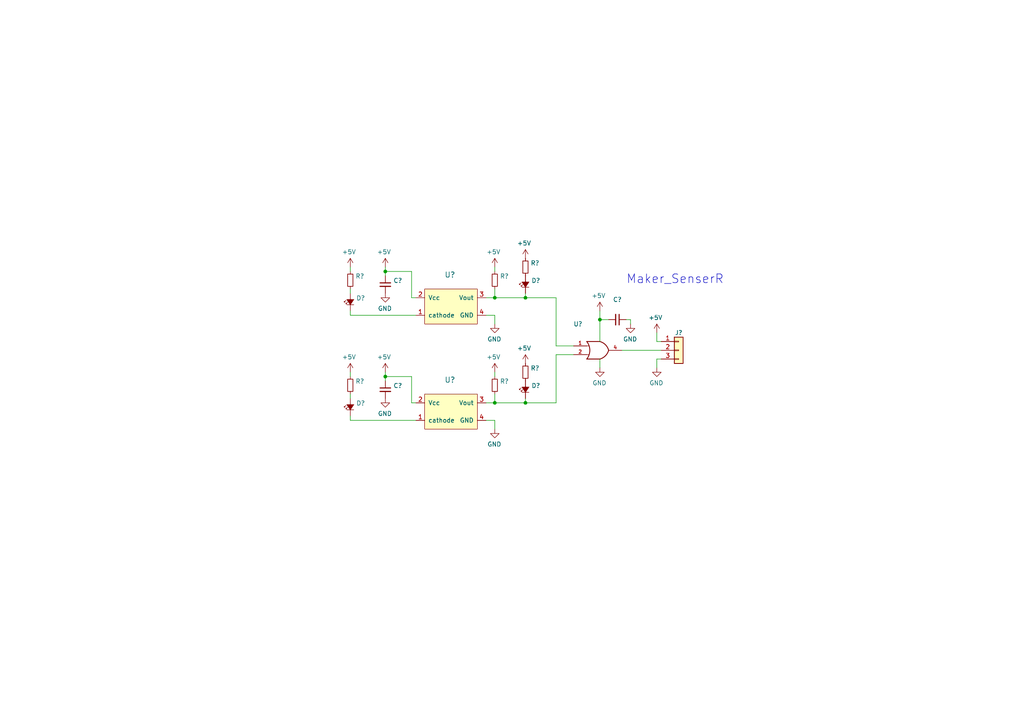
<source format=kicad_sch>
(kicad_sch (version 20211123) (generator eeschema)

  (uuid 5cda253d-1b3d-424c-9d03-6006ea0f1bb9)

  (paper "A4")

  (lib_symbols
    (symbol "74xGxx:74AHC1G32" (pin_names (offset 1.016)) (in_bom yes) (on_board yes)
      (property "Reference" "U" (id 0) (at -2.54 3.81 0)
        (effects (font (size 1.27 1.27)))
      )
      (property "Value" "74AHC1G32" (id 1) (at 0 -3.81 0)
        (effects (font (size 1.27 1.27)))
      )
      (property "Footprint" "" (id 2) (at 0 0 0)
        (effects (font (size 1.27 1.27)) hide)
      )
      (property "Datasheet" "http://www.ti.com/lit/sg/scyt129e/scyt129e.pdf" (id 3) (at 0 0 0)
        (effects (font (size 1.27 1.27)) hide)
      )
      (property "ki_keywords" "Single Gate OR LVC CMOS" (id 4) (at 0 0 0)
        (effects (font (size 1.27 1.27)) hide)
      )
      (property "ki_description" "Single OR Gate, Low-Voltage CMOS" (id 5) (at 0 0 0)
        (effects (font (size 1.27 1.27)) hide)
      )
      (property "ki_fp_filters" "SOT* SG-*" (id 6) (at 0 0 0)
        (effects (font (size 1.27 1.27)) hide)
      )
      (symbol "74AHC1G32_0_1"
        (arc (start -3.81 -2.54) (mid -2.919 0) (end -3.81 2.54)
          (stroke (width 0.254) (type default) (color 0 0 0 0))
          (fill (type none))
        )
        (arc (start 0 -2.54) (mid 1.5993 -1.6027) (end 2.54 0)
          (stroke (width 0.254) (type default) (color 0 0 0 0))
          (fill (type none))
        )
        (polyline
          (pts
            (xy -3.81 -1.27)
            (xy -3.175 -1.27)
          )
          (stroke (width 0) (type default) (color 0 0 0 0))
          (fill (type none))
        )
        (polyline
          (pts
            (xy -3.81 1.27)
            (xy -3.175 1.27)
          )
          (stroke (width 0) (type default) (color 0 0 0 0))
          (fill (type none))
        )
        (polyline
          (pts
            (xy 0 -2.54)
            (xy -3.81 -2.54)
          )
          (stroke (width 0.254) (type default) (color 0 0 0 0))
          (fill (type background))
        )
        (polyline
          (pts
            (xy 0 2.54)
            (xy -3.81 2.54)
          )
          (stroke (width 0.254) (type default) (color 0 0 0 0))
          (fill (type background))
        )
        (arc (start 2.54 0) (mid 1.6119 1.6152) (end 0 2.54)
          (stroke (width 0.254) (type default) (color 0 0 0 0))
          (fill (type none))
        )
      )
      (symbol "74AHC1G32_1_1"
        (pin input line (at -7.62 1.27 0) (length 3.81)
          (name "~" (effects (font (size 1.016 1.016))))
          (number "1" (effects (font (size 1.016 1.016))))
        )
        (pin input line (at -7.62 -1.27 0) (length 3.81)
          (name "~" (effects (font (size 1.016 1.016))))
          (number "2" (effects (font (size 1.016 1.016))))
        )
        (pin power_in line (at 0 -2.54 270) (length 0) hide
          (name "GND" (effects (font (size 1.016 1.016))))
          (number "3" (effects (font (size 1.016 1.016))))
        )
        (pin output line (at 6.35 0 180) (length 3.81)
          (name "~" (effects (font (size 1.016 1.016))))
          (number "4" (effects (font (size 1.016 1.016))))
        )
        (pin power_in line (at 0 2.54 90) (length 0) hide
          (name "VCC" (effects (font (size 1.016 1.016))))
          (number "5" (effects (font (size 1.016 1.016))))
        )
      )
    )
    (symbol "Connector_Generic:Conn_01x03" (pin_names (offset 1.016) hide) (in_bom yes) (on_board yes)
      (property "Reference" "J" (id 0) (at 0 5.08 0)
        (effects (font (size 1.27 1.27)))
      )
      (property "Value" "Conn_01x03" (id 1) (at 0 -5.08 0)
        (effects (font (size 1.27 1.27)))
      )
      (property "Footprint" "" (id 2) (at 0 0 0)
        (effects (font (size 1.27 1.27)) hide)
      )
      (property "Datasheet" "~" (id 3) (at 0 0 0)
        (effects (font (size 1.27 1.27)) hide)
      )
      (property "ki_keywords" "connector" (id 4) (at 0 0 0)
        (effects (font (size 1.27 1.27)) hide)
      )
      (property "ki_description" "Generic connector, single row, 01x03, script generated (kicad-library-utils/schlib/autogen/connector/)" (id 5) (at 0 0 0)
        (effects (font (size 1.27 1.27)) hide)
      )
      (property "ki_fp_filters" "Connector*:*_1x??_*" (id 6) (at 0 0 0)
        (effects (font (size 1.27 1.27)) hide)
      )
      (symbol "Conn_01x03_1_1"
        (rectangle (start -1.27 -2.413) (end 0 -2.667)
          (stroke (width 0.1524) (type default) (color 0 0 0 0))
          (fill (type none))
        )
        (rectangle (start -1.27 0.127) (end 0 -0.127)
          (stroke (width 0.1524) (type default) (color 0 0 0 0))
          (fill (type none))
        )
        (rectangle (start -1.27 2.667) (end 0 2.413)
          (stroke (width 0.1524) (type default) (color 0 0 0 0))
          (fill (type none))
        )
        (rectangle (start -1.27 3.81) (end 1.27 -3.81)
          (stroke (width 0.254) (type default) (color 0 0 0 0))
          (fill (type background))
        )
        (pin passive line (at -5.08 2.54 0) (length 3.81)
          (name "Pin_1" (effects (font (size 1.27 1.27))))
          (number "1" (effects (font (size 1.27 1.27))))
        )
        (pin passive line (at -5.08 0 0) (length 3.81)
          (name "Pin_2" (effects (font (size 1.27 1.27))))
          (number "2" (effects (font (size 1.27 1.27))))
        )
        (pin passive line (at -5.08 -2.54 0) (length 3.81)
          (name "Pin_3" (effects (font (size 1.27 1.27))))
          (number "3" (effects (font (size 1.27 1.27))))
        )
      )
    )
    (symbol "Device:C_Small" (pin_numbers hide) (pin_names (offset 0.254) hide) (in_bom yes) (on_board yes)
      (property "Reference" "C" (id 0) (at 0.254 1.778 0)
        (effects (font (size 1.27 1.27)) (justify left))
      )
      (property "Value" "C_Small" (id 1) (at 0.254 -2.032 0)
        (effects (font (size 1.27 1.27)) (justify left))
      )
      (property "Footprint" "" (id 2) (at 0 0 0)
        (effects (font (size 1.27 1.27)) hide)
      )
      (property "Datasheet" "~" (id 3) (at 0 0 0)
        (effects (font (size 1.27 1.27)) hide)
      )
      (property "ki_keywords" "capacitor cap" (id 4) (at 0 0 0)
        (effects (font (size 1.27 1.27)) hide)
      )
      (property "ki_description" "Unpolarized capacitor, small symbol" (id 5) (at 0 0 0)
        (effects (font (size 1.27 1.27)) hide)
      )
      (property "ki_fp_filters" "C_*" (id 6) (at 0 0 0)
        (effects (font (size 1.27 1.27)) hide)
      )
      (symbol "C_Small_0_1"
        (polyline
          (pts
            (xy -1.524 -0.508)
            (xy 1.524 -0.508)
          )
          (stroke (width 0.3302) (type default) (color 0 0 0 0))
          (fill (type none))
        )
        (polyline
          (pts
            (xy -1.524 0.508)
            (xy 1.524 0.508)
          )
          (stroke (width 0.3048) (type default) (color 0 0 0 0))
          (fill (type none))
        )
      )
      (symbol "C_Small_1_1"
        (pin passive line (at 0 2.54 270) (length 2.032)
          (name "~" (effects (font (size 1.27 1.27))))
          (number "1" (effects (font (size 1.27 1.27))))
        )
        (pin passive line (at 0 -2.54 90) (length 2.032)
          (name "~" (effects (font (size 1.27 1.27))))
          (number "2" (effects (font (size 1.27 1.27))))
        )
      )
    )
    (symbol "Device:R_Small" (pin_numbers hide) (pin_names (offset 0.254) hide) (in_bom yes) (on_board yes)
      (property "Reference" "R" (id 0) (at 0.762 0.508 0)
        (effects (font (size 1.27 1.27)) (justify left))
      )
      (property "Value" "R_Small" (id 1) (at 0.762 -1.016 0)
        (effects (font (size 1.27 1.27)) (justify left))
      )
      (property "Footprint" "" (id 2) (at 0 0 0)
        (effects (font (size 1.27 1.27)) hide)
      )
      (property "Datasheet" "~" (id 3) (at 0 0 0)
        (effects (font (size 1.27 1.27)) hide)
      )
      (property "ki_keywords" "R resistor" (id 4) (at 0 0 0)
        (effects (font (size 1.27 1.27)) hide)
      )
      (property "ki_description" "Resistor, small symbol" (id 5) (at 0 0 0)
        (effects (font (size 1.27 1.27)) hide)
      )
      (property "ki_fp_filters" "R_*" (id 6) (at 0 0 0)
        (effects (font (size 1.27 1.27)) hide)
      )
      (symbol "R_Small_0_1"
        (rectangle (start -0.762 1.778) (end 0.762 -1.778)
          (stroke (width 0.2032) (type default) (color 0 0 0 0))
          (fill (type none))
        )
      )
      (symbol "R_Small_1_1"
        (pin passive line (at 0 2.54 270) (length 0.762)
          (name "~" (effects (font (size 1.27 1.27))))
          (number "1" (effects (font (size 1.27 1.27))))
        )
        (pin passive line (at 0 -2.54 90) (length 0.762)
          (name "~" (effects (font (size 1.27 1.27))))
          (number "2" (effects (font (size 1.27 1.27))))
        )
      )
    )
    (symbol "power:+5V" (power) (pin_names (offset 0)) (in_bom yes) (on_board yes)
      (property "Reference" "#PWR" (id 0) (at 0 -3.81 0)
        (effects (font (size 1.27 1.27)) hide)
      )
      (property "Value" "+5V" (id 1) (at 0 3.556 0)
        (effects (font (size 1.27 1.27)))
      )
      (property "Footprint" "" (id 2) (at 0 0 0)
        (effects (font (size 1.27 1.27)) hide)
      )
      (property "Datasheet" "" (id 3) (at 0 0 0)
        (effects (font (size 1.27 1.27)) hide)
      )
      (property "ki_keywords" "global power" (id 4) (at 0 0 0)
        (effects (font (size 1.27 1.27)) hide)
      )
      (property "ki_description" "Power symbol creates a global label with name \"+5V\"" (id 5) (at 0 0 0)
        (effects (font (size 1.27 1.27)) hide)
      )
      (symbol "+5V_0_1"
        (polyline
          (pts
            (xy -0.762 1.27)
            (xy 0 2.54)
          )
          (stroke (width 0) (type default) (color 0 0 0 0))
          (fill (type none))
        )
        (polyline
          (pts
            (xy 0 0)
            (xy 0 2.54)
          )
          (stroke (width 0) (type default) (color 0 0 0 0))
          (fill (type none))
        )
        (polyline
          (pts
            (xy 0 2.54)
            (xy 0.762 1.27)
          )
          (stroke (width 0) (type default) (color 0 0 0 0))
          (fill (type none))
        )
      )
      (symbol "+5V_1_1"
        (pin power_in line (at 0 0 90) (length 0) hide
          (name "+5V" (effects (font (size 1.27 1.27))))
          (number "1" (effects (font (size 1.27 1.27))))
        )
      )
    )
    (symbol "power:GND" (power) (pin_names (offset 0)) (in_bom yes) (on_board yes)
      (property "Reference" "#PWR" (id 0) (at 0 -6.35 0)
        (effects (font (size 1.27 1.27)) hide)
      )
      (property "Value" "GND" (id 1) (at 0 -3.81 0)
        (effects (font (size 1.27 1.27)))
      )
      (property "Footprint" "" (id 2) (at 0 0 0)
        (effects (font (size 1.27 1.27)) hide)
      )
      (property "Datasheet" "" (id 3) (at 0 0 0)
        (effects (font (size 1.27 1.27)) hide)
      )
      (property "ki_keywords" "global power" (id 4) (at 0 0 0)
        (effects (font (size 1.27 1.27)) hide)
      )
      (property "ki_description" "Power symbol creates a global label with name \"GND\" , ground" (id 5) (at 0 0 0)
        (effects (font (size 1.27 1.27)) hide)
      )
      (symbol "GND_0_1"
        (polyline
          (pts
            (xy 0 0)
            (xy 0 -1.27)
            (xy 1.27 -1.27)
            (xy 0 -2.54)
            (xy -1.27 -1.27)
            (xy 0 -1.27)
          )
          (stroke (width 0) (type default) (color 0 0 0 0))
          (fill (type none))
        )
      )
      (symbol "GND_1_1"
        (pin power_in line (at 0 0 270) (length 0) hide
          (name "GND" (effects (font (size 1.27 1.27))))
          (number "1" (effects (font (size 1.27 1.27))))
        )
      )
    )
    (symbol "robotrace_sensorV4-rescue:LED_Small_ALT-Device" (pin_numbers hide) (pin_names (offset 0.254) hide) (in_bom yes) (on_board yes)
      (property "Reference" "D" (id 0) (at -1.27 3.175 0)
        (effects (font (size 1.27 1.27)) (justify left))
      )
      (property "Value" "LED_Small_ALT-Device" (id 1) (at -4.445 -2.54 0)
        (effects (font (size 1.27 1.27)) (justify left))
      )
      (property "Footprint" "" (id 2) (at 0 0 90)
        (effects (font (size 1.27 1.27)) hide)
      )
      (property "Datasheet" "" (id 3) (at 0 0 90)
        (effects (font (size 1.27 1.27)) hide)
      )
      (property "ki_fp_filters" "LED* LED_SMD:* LED_THT:*" (id 4) (at 0 0 0)
        (effects (font (size 1.27 1.27)) hide)
      )
      (symbol "LED_Small_ALT-Device_0_1"
        (polyline
          (pts
            (xy -0.762 -1.016)
            (xy -0.762 1.016)
          )
          (stroke (width 0) (type default) (color 0 0 0 0))
          (fill (type none))
        )
        (polyline
          (pts
            (xy 1.016 0)
            (xy -0.762 0)
          )
          (stroke (width 0) (type default) (color 0 0 0 0))
          (fill (type none))
        )
        (polyline
          (pts
            (xy 0.762 -1.016)
            (xy -0.762 0)
            (xy 0.762 1.016)
            (xy 0.762 -1.016)
          )
          (stroke (width 0) (type default) (color 0 0 0 0))
          (fill (type outline))
        )
        (polyline
          (pts
            (xy 0 0.762)
            (xy -0.508 1.27)
            (xy -0.254 1.27)
            (xy -0.508 1.27)
            (xy -0.508 1.016)
          )
          (stroke (width 0) (type default) (color 0 0 0 0))
          (fill (type none))
        )
        (polyline
          (pts
            (xy 0.508 1.27)
            (xy 0 1.778)
            (xy 0.254 1.778)
            (xy 0 1.778)
            (xy 0 1.524)
          )
          (stroke (width 0) (type default) (color 0 0 0 0))
          (fill (type none))
        )
      )
      (symbol "LED_Small_ALT-Device_1_1"
        (pin passive line (at -2.54 0 0) (length 1.778)
          (name "K" (effects (font (size 1.27 1.27))))
          (number "1" (effects (font (size 1.27 1.27))))
        )
        (pin passive line (at 2.54 0 180) (length 1.778)
          (name "A" (effects (font (size 1.27 1.27))))
          (number "2" (effects (font (size 1.27 1.27))))
        )
      )
    )
    (symbol "robotrace_sensorV4-rescue:S7136-mylib" (pin_names (offset 1.016)) (in_bom yes) (on_board yes)
      (property "Reference" "U" (id 0) (at 0 8.89 0)
        (effects (font (size 1.524 1.524)))
      )
      (property "Value" "S7136-mylib" (id 1) (at 0 6.35 0)
        (effects (font (size 1.524 1.524)))
      )
      (property "Footprint" "" (id 2) (at 1.27 0 0)
        (effects (font (size 1.524 1.524)))
      )
      (property "Datasheet" "" (id 3) (at 1.27 0 0)
        (effects (font (size 1.524 1.524)))
      )
      (symbol "S7136-mylib_0_1"
        (rectangle (start -7.62 5.08) (end 7.62 -5.08)
          (stroke (width 0) (type default) (color 0 0 0 0))
          (fill (type background))
        )
      )
      (symbol "S7136-mylib_1_1"
        (pin open_collector line (at -10.16 2.54 0) (length 2.54)
          (name "cathode" (effects (font (size 1.27 1.27))))
          (number "1" (effects (font (size 1.27 1.27))))
        )
        (pin passive line (at -10.16 -2.54 0) (length 2.54)
          (name "Vcc" (effects (font (size 1.27 1.27))))
          (number "2" (effects (font (size 1.27 1.27))))
        )
        (pin output line (at 10.16 -2.54 180) (length 2.54)
          (name "Vout" (effects (font (size 1.27 1.27))))
          (number "3" (effects (font (size 1.27 1.27))))
        )
        (pin power_in line (at 10.16 2.54 180) (length 2.54)
          (name "GND" (effects (font (size 1.27 1.27))))
          (number "4" (effects (font (size 1.27 1.27))))
        )
      )
    )
  )

  (junction (at 173.99 92.71) (diameter 0) (color 0 0 0 0)
    (uuid 1afc4265-4d4d-4826-82a4-0d2040c62b70)
  )
  (junction (at 152.4 86.36) (diameter 0) (color 0 0 0 0)
    (uuid 29fae919-8f9e-46c0-8a54-996ac6e5d007)
  )
  (junction (at 111.76 109.22) (diameter 0) (color 0 0 0 0)
    (uuid 3765d6f9-f8fa-469e-8dc6-83789f8397d9)
  )
  (junction (at 143.51 116.84) (diameter 0) (color 0 0 0 0)
    (uuid 4b2f3f73-d1e5-46c1-a459-cbb275adf421)
  )
  (junction (at 152.4 116.84) (diameter 0) (color 0 0 0 0)
    (uuid 6d01c4b3-b2d7-456b-8716-a76849cf520e)
  )
  (junction (at 111.76 78.74) (diameter 0) (color 0 0 0 0)
    (uuid 95015979-4d20-4947-b838-7470a0926c42)
  )
  (junction (at 143.51 86.36) (diameter 0) (color 0 0 0 0)
    (uuid f55df70d-5e57-4d22-8d30-8b6b94db5990)
  )

  (wire (pts (xy 143.51 86.36) (xy 152.4 86.36))
    (stroke (width 0) (type default) (color 0 0 0 0))
    (uuid 064ac3f5-059a-4241-8889-29200608dbec)
  )
  (wire (pts (xy 173.99 92.71) (xy 173.99 99.06))
    (stroke (width 0) (type default) (color 0 0 0 0))
    (uuid 0c203e1f-ad68-496f-85e4-2141db5acc48)
  )
  (wire (pts (xy 101.6 109.22) (xy 101.6 107.95))
    (stroke (width 0) (type default) (color 0 0 0 0))
    (uuid 0ecd0a14-1fe0-4c32-875a-5e6f1dedd8f4)
  )
  (wire (pts (xy 173.99 104.14) (xy 173.99 106.68))
    (stroke (width 0) (type default) (color 0 0 0 0))
    (uuid 1260a1e6-7f10-4edb-9b78-2aa7bd7050b6)
  )
  (wire (pts (xy 143.51 86.36) (xy 140.97 86.36))
    (stroke (width 0) (type default) (color 0 0 0 0))
    (uuid 1288f127-1998-4f91-bedb-d87cfefdc693)
  )
  (wire (pts (xy 111.76 107.95) (xy 111.76 109.22))
    (stroke (width 0) (type default) (color 0 0 0 0))
    (uuid 243d7dd8-ffa7-4940-a831-97a3e60a20e6)
  )
  (wire (pts (xy 140.97 91.44) (xy 143.51 91.44))
    (stroke (width 0) (type default) (color 0 0 0 0))
    (uuid 249f29be-f5d9-4589-823a-8ca9dfbcb935)
  )
  (wire (pts (xy 166.37 102.87) (xy 161.29 102.87))
    (stroke (width 0) (type default) (color 0 0 0 0))
    (uuid 26f55fc9-8984-4547-afe6-b9578e0d46c9)
  )
  (wire (pts (xy 161.29 86.36) (xy 161.29 100.33))
    (stroke (width 0) (type default) (color 0 0 0 0))
    (uuid 29bb4d8d-6922-499e-be2f-bc893ad13bc0)
  )
  (wire (pts (xy 120.65 116.84) (xy 119.38 116.84))
    (stroke (width 0) (type default) (color 0 0 0 0))
    (uuid 2b45b8da-916d-4718-adb2-ad7130a776f3)
  )
  (wire (pts (xy 101.6 121.92) (xy 101.6 120.65))
    (stroke (width 0) (type default) (color 0 0 0 0))
    (uuid 31f61680-6578-4372-9b5b-8831074e8329)
  )
  (wire (pts (xy 152.4 86.36) (xy 161.29 86.36))
    (stroke (width 0) (type default) (color 0 0 0 0))
    (uuid 33490427-d7bc-4242-9614-749e8b1e5868)
  )
  (wire (pts (xy 143.51 83.82) (xy 143.51 86.36))
    (stroke (width 0) (type default) (color 0 0 0 0))
    (uuid 3c4377e7-e12d-45fc-b8a4-217a78eb57aa)
  )
  (wire (pts (xy 101.6 78.74) (xy 101.6 77.47))
    (stroke (width 0) (type default) (color 0 0 0 0))
    (uuid 4aba6f39-f479-4e8e-9f43-695d3b25f856)
  )
  (wire (pts (xy 143.51 114.3) (xy 143.51 116.84))
    (stroke (width 0) (type default) (color 0 0 0 0))
    (uuid 4c05c6d2-d808-49f2-8107-1bd182e55978)
  )
  (wire (pts (xy 191.77 101.6) (xy 180.34 101.6))
    (stroke (width 0) (type default) (color 0 0 0 0))
    (uuid 5090975b-3469-451b-8f52-f6e825de709b)
  )
  (wire (pts (xy 119.38 78.74) (xy 119.38 86.36))
    (stroke (width 0) (type default) (color 0 0 0 0))
    (uuid 509f0001-5f81-4b13-8f79-7630e95c54d0)
  )
  (wire (pts (xy 143.51 116.84) (xy 140.97 116.84))
    (stroke (width 0) (type default) (color 0 0 0 0))
    (uuid 551234b2-cd01-4a8b-bdf5-c2f75e61beb1)
  )
  (wire (pts (xy 161.29 102.87) (xy 161.29 116.84))
    (stroke (width 0) (type default) (color 0 0 0 0))
    (uuid 584d9af2-5f5c-4e4b-9f09-f00784ab1f51)
  )
  (wire (pts (xy 101.6 115.57) (xy 101.6 114.3))
    (stroke (width 0) (type default) (color 0 0 0 0))
    (uuid 6381ff3a-fba9-49c2-8694-3b282fbe7099)
  )
  (wire (pts (xy 143.51 116.84) (xy 152.4 116.84))
    (stroke (width 0) (type default) (color 0 0 0 0))
    (uuid 64aa8bb6-5434-4889-a1f6-e903bf6a5f17)
  )
  (wire (pts (xy 143.51 107.95) (xy 143.51 109.22))
    (stroke (width 0) (type default) (color 0 0 0 0))
    (uuid 697f3282-fe9b-49bc-9320-9ad1eb237a15)
  )
  (wire (pts (xy 111.76 77.47) (xy 111.76 78.74))
    (stroke (width 0) (type default) (color 0 0 0 0))
    (uuid 6a1442c7-3cc3-42cf-929a-5508b329fdeb)
  )
  (wire (pts (xy 101.6 91.44) (xy 120.65 91.44))
    (stroke (width 0) (type default) (color 0 0 0 0))
    (uuid 6dbd335e-e5d9-4a59-beb6-0884412dc4af)
  )
  (wire (pts (xy 181.61 92.71) (xy 182.88 92.71))
    (stroke (width 0) (type default) (color 0 0 0 0))
    (uuid 727b0d82-fb39-4c3d-bbf3-ca4c0d970b0e)
  )
  (wire (pts (xy 152.4 115.57) (xy 152.4 116.84))
    (stroke (width 0) (type default) (color 0 0 0 0))
    (uuid 735d9897-abc1-4e08-9d29-a72997f21da8)
  )
  (wire (pts (xy 173.99 90.17) (xy 173.99 92.71))
    (stroke (width 0) (type default) (color 0 0 0 0))
    (uuid 7f1917ef-e14d-4979-9dd9-837bd2f0402b)
  )
  (wire (pts (xy 120.65 86.36) (xy 119.38 86.36))
    (stroke (width 0) (type default) (color 0 0 0 0))
    (uuid 80fad000-ff7e-48f0-8f3c-b13a83023da4)
  )
  (wire (pts (xy 190.5 104.14) (xy 190.5 106.68))
    (stroke (width 0) (type default) (color 0 0 0 0))
    (uuid 84ab29aa-8e30-4662-a1ff-b04d5a5a1838)
  )
  (wire (pts (xy 111.76 80.01) (xy 111.76 78.74))
    (stroke (width 0) (type default) (color 0 0 0 0))
    (uuid 8917a362-c632-4ed4-ab8f-e25de8c64d77)
  )
  (wire (pts (xy 101.6 91.44) (xy 101.6 90.17))
    (stroke (width 0) (type default) (color 0 0 0 0))
    (uuid 898dfe1f-6120-4c20-96ea-ee05f2eabaf4)
  )
  (wire (pts (xy 101.6 85.09) (xy 101.6 83.82))
    (stroke (width 0) (type default) (color 0 0 0 0))
    (uuid 9387947d-c464-4926-9f2f-166eb07ba1a9)
  )
  (wire (pts (xy 191.77 104.14) (xy 190.5 104.14))
    (stroke (width 0) (type default) (color 0 0 0 0))
    (uuid 9b00ce01-fa4b-4d29-b17d-cb32458f2e34)
  )
  (wire (pts (xy 143.51 121.92) (xy 143.51 124.46))
    (stroke (width 0) (type default) (color 0 0 0 0))
    (uuid 9d6fd00a-f191-4911-8bc5-b0f76c89a094)
  )
  (wire (pts (xy 119.38 109.22) (xy 119.38 116.84))
    (stroke (width 0) (type default) (color 0 0 0 0))
    (uuid b2ce21b2-6720-42ac-a402-a8969f1ac3ac)
  )
  (wire (pts (xy 143.51 77.47) (xy 143.51 78.74))
    (stroke (width 0) (type default) (color 0 0 0 0))
    (uuid b43d6bc0-1bc3-4bcf-9063-852bf2a36a9c)
  )
  (wire (pts (xy 152.4 116.84) (xy 161.29 116.84))
    (stroke (width 0) (type default) (color 0 0 0 0))
    (uuid b613a166-cd0d-48da-ad92-4df706fdfb78)
  )
  (wire (pts (xy 152.4 85.09) (xy 152.4 86.36))
    (stroke (width 0) (type default) (color 0 0 0 0))
    (uuid c3353c88-4c5c-4b7e-94f3-7038293756a4)
  )
  (wire (pts (xy 101.6 121.92) (xy 120.65 121.92))
    (stroke (width 0) (type default) (color 0 0 0 0))
    (uuid cd63f80f-b721-4986-96b7-165ce2eb7244)
  )
  (wire (pts (xy 143.51 91.44) (xy 143.51 93.98))
    (stroke (width 0) (type default) (color 0 0 0 0))
    (uuid d751008e-0343-4856-84dc-4b5dc95e6640)
  )
  (wire (pts (xy 161.29 100.33) (xy 166.37 100.33))
    (stroke (width 0) (type default) (color 0 0 0 0))
    (uuid e5885738-d813-4bdb-ba9b-e532d7302a92)
  )
  (wire (pts (xy 191.77 99.06) (xy 190.5 99.06))
    (stroke (width 0) (type default) (color 0 0 0 0))
    (uuid e6868428-2693-4b23-b90c-49fc26567595)
  )
  (wire (pts (xy 111.76 78.74) (xy 119.38 78.74))
    (stroke (width 0) (type default) (color 0 0 0 0))
    (uuid e7dac69c-b93d-41e4-b37f-55034d6f1eee)
  )
  (wire (pts (xy 182.88 93.98) (xy 182.88 92.71))
    (stroke (width 0) (type default) (color 0 0 0 0))
    (uuid e7e65044-e343-46cf-9330-5610acfbb45f)
  )
  (wire (pts (xy 176.53 92.71) (xy 173.99 92.71))
    (stroke (width 0) (type default) (color 0 0 0 0))
    (uuid ef6d792e-f837-4b1d-beb5-2c74d05089ac)
  )
  (wire (pts (xy 111.76 109.22) (xy 119.38 109.22))
    (stroke (width 0) (type default) (color 0 0 0 0))
    (uuid f043a280-0197-4b54-b69b-a81d77304d09)
  )
  (wire (pts (xy 111.76 110.49) (xy 111.76 109.22))
    (stroke (width 0) (type default) (color 0 0 0 0))
    (uuid f6d92a92-6376-49e7-b215-527353b32ece)
  )
  (wire (pts (xy 140.97 121.92) (xy 143.51 121.92))
    (stroke (width 0) (type default) (color 0 0 0 0))
    (uuid faeb5819-eba9-4395-9bb0-fa04a1d4044a)
  )
  (wire (pts (xy 190.5 99.06) (xy 190.5 96.52))
    (stroke (width 0) (type default) (color 0 0 0 0))
    (uuid fd1266dd-9560-491e-a9d4-368606755589)
  )

  (text "Maker_SenserR" (at 181.61 82.55 0)
    (effects (font (size 2.54 2.54)) (justify left bottom))
    (uuid f332e045-004d-49d9-8254-6af6147ee2e0)
  )

  (symbol (lib_id "Connector_Generic:Conn_01x03") (at 196.85 101.6 0) (unit 1)
    (in_bom yes) (on_board yes)
    (uuid 00000000-0000-0000-0000-000063c292c0)
    (property "Reference" "J?" (id 0) (at 196.85 96.52 0))
    (property "Value" "" (id 1) (at 204.47 101.6 0))
    (property "Footprint" "" (id 2) (at 196.85 101.6 0)
      (effects (font (size 1.27 1.27)) hide)
    )
    (property "Datasheet" "~" (id 3) (at 196.85 101.6 0)
      (effects (font (size 1.27 1.27)) hide)
    )
    (pin "1" (uuid 59f2c952-50be-4158-b221-63a20096025b))
    (pin "2" (uuid aa5e0235-1c23-49bb-babe-d0cc06b1254e))
    (pin "3" (uuid 439ee018-14b6-4b14-8a0b-b911d995b42d))
  )

  (symbol (lib_id "power:GND") (at 190.5 106.68 0) (mirror y) (unit 1)
    (in_bom yes) (on_board yes)
    (uuid 00000000-0000-0000-0000-000063c292c6)
    (property "Reference" "#PWR?" (id 0) (at 190.5 113.03 0)
      (effects (font (size 1.27 1.27)) hide)
    )
    (property "Value" "" (id 1) (at 190.373 111.0742 0))
    (property "Footprint" "" (id 2) (at 190.5 106.68 0)
      (effects (font (size 1.27 1.27)) hide)
    )
    (property "Datasheet" "" (id 3) (at 190.5 106.68 0)
      (effects (font (size 1.27 1.27)) hide)
    )
    (pin "1" (uuid bb976030-6a68-4d37-be40-e22170715f1c))
  )

  (symbol (lib_id "Device:R_Small") (at 101.6 81.28 0) (unit 1)
    (in_bom yes) (on_board yes)
    (uuid 00000000-0000-0000-0000-000063c292cf)
    (property "Reference" "R?" (id 0) (at 103.0986 80.1116 0)
      (effects (font (size 1.27 1.27)) (justify left))
    )
    (property "Value" "" (id 1) (at 103.0986 82.423 0)
      (effects (font (size 1.27 1.27)) (justify left))
    )
    (property "Footprint" "" (id 2) (at 101.6 81.28 0)
      (effects (font (size 1.27 1.27)) hide)
    )
    (property "Datasheet" "~" (id 3) (at 101.6 81.28 0)
      (effects (font (size 1.27 1.27)) hide)
    )
    (pin "1" (uuid b2a00863-f00a-4f6b-98f0-d8b2b34f1b76))
    (pin "2" (uuid f02080cd-bfa3-4126-a319-dc4f35a26f43))
  )

  (symbol (lib_id "Device:R_Small") (at 143.51 81.28 0) (unit 1)
    (in_bom yes) (on_board yes)
    (uuid 00000000-0000-0000-0000-000063c292d5)
    (property "Reference" "R?" (id 0) (at 145.0086 80.1116 0)
      (effects (font (size 1.27 1.27)) (justify left))
    )
    (property "Value" "" (id 1) (at 145.0086 82.423 0)
      (effects (font (size 1.27 1.27)) (justify left))
    )
    (property "Footprint" "" (id 2) (at 143.51 81.28 0)
      (effects (font (size 1.27 1.27)) hide)
    )
    (property "Datasheet" "~" (id 3) (at 143.51 81.28 0)
      (effects (font (size 1.27 1.27)) hide)
    )
    (pin "1" (uuid b24f9bbe-48e5-4128-9aeb-2a8c1372dc87))
    (pin "2" (uuid 91ce8c37-c15c-4697-a9f8-01a153918da6))
  )

  (symbol (lib_id "power:GND") (at 173.99 106.68 0) (mirror y) (unit 1)
    (in_bom yes) (on_board yes)
    (uuid 00000000-0000-0000-0000-000063c292db)
    (property "Reference" "#PWR?" (id 0) (at 173.99 113.03 0)
      (effects (font (size 1.27 1.27)) hide)
    )
    (property "Value" "" (id 1) (at 173.863 111.0742 0))
    (property "Footprint" "" (id 2) (at 173.99 106.68 0)
      (effects (font (size 1.27 1.27)) hide)
    )
    (property "Datasheet" "" (id 3) (at 173.99 106.68 0)
      (effects (font (size 1.27 1.27)) hide)
    )
    (pin "1" (uuid 2142ab82-e03e-4c89-8876-0f073b8cffb2))
  )

  (symbol (lib_id "Device:C_Small") (at 179.07 92.71 270) (unit 1)
    (in_bom yes) (on_board yes)
    (uuid 00000000-0000-0000-0000-000063c292e4)
    (property "Reference" "C?" (id 0) (at 179.07 86.8934 90))
    (property "Value" "" (id 1) (at 179.07 89.2048 90))
    (property "Footprint" "" (id 2) (at 179.07 92.71 0)
      (effects (font (size 1.27 1.27)) hide)
    )
    (property "Datasheet" "~" (id 3) (at 179.07 92.71 0)
      (effects (font (size 1.27 1.27)) hide)
    )
    (pin "1" (uuid 44d7dea3-6449-4f22-9a24-b05bfa160543))
    (pin "2" (uuid 5e87a588-d2bb-47e7-8686-e0f930509efa))
  )

  (symbol (lib_id "power:GND") (at 182.88 93.98 0) (mirror y) (unit 1)
    (in_bom yes) (on_board yes)
    (uuid 00000000-0000-0000-0000-000063c292ea)
    (property "Reference" "#PWR?" (id 0) (at 182.88 100.33 0)
      (effects (font (size 1.27 1.27)) hide)
    )
    (property "Value" "" (id 1) (at 182.753 98.3742 0))
    (property "Footprint" "" (id 2) (at 182.88 93.98 0)
      (effects (font (size 1.27 1.27)) hide)
    )
    (property "Datasheet" "" (id 3) (at 182.88 93.98 0)
      (effects (font (size 1.27 1.27)) hide)
    )
    (pin "1" (uuid edb6d45a-30bd-489f-9315-5dc5e0e11463))
  )

  (symbol (lib_id "Device:C_Small") (at 111.76 82.55 0) (unit 1)
    (in_bom yes) (on_board yes)
    (uuid 00000000-0000-0000-0000-000063c292f2)
    (property "Reference" "C?" (id 0) (at 114.0968 81.3816 0)
      (effects (font (size 1.27 1.27)) (justify left))
    )
    (property "Value" "" (id 1) (at 114.0968 83.693 0)
      (effects (font (size 1.27 1.27)) (justify left))
    )
    (property "Footprint" "" (id 2) (at 111.76 82.55 0)
      (effects (font (size 1.27 1.27)) hide)
    )
    (property "Datasheet" "~" (id 3) (at 111.76 82.55 0)
      (effects (font (size 1.27 1.27)) hide)
    )
    (pin "1" (uuid 4881773c-f8a8-4b8b-95f5-5bcc91aba8c1))
    (pin "2" (uuid 49bb5588-fe9c-4efb-aeb7-c7b2db43c397))
  )

  (symbol (lib_id "power:GND") (at 111.76 85.09 0) (mirror y) (unit 1)
    (in_bom yes) (on_board yes)
    (uuid 00000000-0000-0000-0000-000063c292f9)
    (property "Reference" "#PWR?" (id 0) (at 111.76 91.44 0)
      (effects (font (size 1.27 1.27)) hide)
    )
    (property "Value" "" (id 1) (at 111.633 89.4842 0))
    (property "Footprint" "" (id 2) (at 111.76 85.09 0)
      (effects (font (size 1.27 1.27)) hide)
    )
    (property "Datasheet" "" (id 3) (at 111.76 85.09 0)
      (effects (font (size 1.27 1.27)) hide)
    )
    (pin "1" (uuid 3df75849-244c-4792-9cf3-d14df49d575d))
  )

  (symbol (lib_id "robotrace_sensorV4-rescue:LED_Small_ALT-Device") (at 101.6 87.63 90) (unit 1)
    (in_bom yes) (on_board yes)
    (uuid 00000000-0000-0000-0000-000063c29304)
    (property "Reference" "D?" (id 0) (at 103.3272 86.4616 90)
      (effects (font (size 1.27 1.27)) (justify right))
    )
    (property "Value" "" (id 1) (at 103.3272 88.773 90)
      (effects (font (size 1.27 1.27)) (justify right))
    )
    (property "Footprint" "" (id 2) (at 101.6 87.63 90)
      (effects (font (size 1.27 1.27)) hide)
    )
    (property "Datasheet" "~" (id 3) (at 101.6 87.63 90)
      (effects (font (size 1.27 1.27)) hide)
    )
    (pin "1" (uuid e44bf213-99e5-4f76-aabd-b20ecde2eef6))
    (pin "2" (uuid e479498e-7967-4de7-bc47-af48a9fd1b92))
  )

  (symbol (lib_id "power:GND") (at 143.51 93.98 0) (mirror y) (unit 1)
    (in_bom yes) (on_board yes)
    (uuid 00000000-0000-0000-0000-000063c2930d)
    (property "Reference" "#PWR?" (id 0) (at 143.51 100.33 0)
      (effects (font (size 1.27 1.27)) hide)
    )
    (property "Value" "" (id 1) (at 143.383 98.3742 0))
    (property "Footprint" "" (id 2) (at 143.51 93.98 0)
      (effects (font (size 1.27 1.27)) hide)
    )
    (property "Datasheet" "" (id 3) (at 143.51 93.98 0)
      (effects (font (size 1.27 1.27)) hide)
    )
    (pin "1" (uuid 6e159c71-f7b7-49a0-b368-a1a4c37800a4))
  )

  (symbol (lib_id "robotrace_sensorV4-rescue:S7136-mylib") (at 130.81 88.9 0) (mirror x) (unit 1)
    (in_bom yes) (on_board yes)
    (uuid 00000000-0000-0000-0000-000063c29313)
    (property "Reference" "U?" (id 0) (at 130.5052 79.7052 0)
      (effects (font (size 1.524 1.524)))
    )
    (property "Value" "" (id 1) (at 130.5052 82.3976 0)
      (effects (font (size 1.524 1.524)))
    )
    (property "Footprint" "" (id 2) (at 130.81 88.9 0)
      (effects (font (size 1.524 1.524)) hide)
    )
    (property "Datasheet" "" (id 3) (at 130.81 88.9 0)
      (effects (font (size 1.524 1.524)))
    )
    (pin "1" (uuid a2b37312-7d8a-4e9d-a53d-7bb36af9e74c))
    (pin "2" (uuid 2cfce234-f201-4aa9-9fa3-3d7eff844456))
    (pin "3" (uuid 750921e0-2a13-4292-9cd7-6695a31ee454))
    (pin "4" (uuid 6637ebe7-aa49-4a32-9649-9d5e63208e22))
  )

  (symbol (lib_id "robotrace_sensorV4-rescue:S7136-mylib") (at 130.81 119.38 0) (mirror x) (unit 1)
    (in_bom yes) (on_board yes)
    (uuid 00000000-0000-0000-0000-000063c29324)
    (property "Reference" "U?" (id 0) (at 130.5052 110.1852 0)
      (effects (font (size 1.524 1.524)))
    )
    (property "Value" "" (id 1) (at 130.5052 112.8776 0)
      (effects (font (size 1.524 1.524)))
    )
    (property "Footprint" "" (id 2) (at 130.81 119.38 0)
      (effects (font (size 1.524 1.524)) hide)
    )
    (property "Datasheet" "" (id 3) (at 130.81 119.38 0)
      (effects (font (size 1.524 1.524)))
    )
    (pin "1" (uuid f7b8ac43-90be-4b5f-a178-32193e94b30f))
    (pin "2" (uuid 58029e28-1a24-49dd-81e5-8b3ca16a9072))
    (pin "3" (uuid 81e37b08-26c8-41c3-9897-59c6bbc28cec))
    (pin "4" (uuid a72987e6-8bdd-45a6-8abe-e31725d34c18))
  )

  (symbol (lib_id "power:GND") (at 143.51 124.46 0) (mirror y) (unit 1)
    (in_bom yes) (on_board yes)
    (uuid 00000000-0000-0000-0000-000063c2932a)
    (property "Reference" "#PWR?" (id 0) (at 143.51 130.81 0)
      (effects (font (size 1.27 1.27)) hide)
    )
    (property "Value" "" (id 1) (at 143.383 128.8542 0))
    (property "Footprint" "" (id 2) (at 143.51 124.46 0)
      (effects (font (size 1.27 1.27)) hide)
    )
    (property "Datasheet" "" (id 3) (at 143.51 124.46 0)
      (effects (font (size 1.27 1.27)) hide)
    )
    (pin "1" (uuid 3295db93-28a7-4db6-ab99-1c3977dab3bf))
  )

  (symbol (lib_id "robotrace_sensorV4-rescue:LED_Small_ALT-Device") (at 101.6 118.11 90) (unit 1)
    (in_bom yes) (on_board yes)
    (uuid 00000000-0000-0000-0000-000063c29333)
    (property "Reference" "D?" (id 0) (at 103.3272 116.9416 90)
      (effects (font (size 1.27 1.27)) (justify right))
    )
    (property "Value" "" (id 1) (at 103.3272 119.253 90)
      (effects (font (size 1.27 1.27)) (justify right))
    )
    (property "Footprint" "" (id 2) (at 101.6 118.11 90)
      (effects (font (size 1.27 1.27)) hide)
    )
    (property "Datasheet" "~" (id 3) (at 101.6 118.11 90)
      (effects (font (size 1.27 1.27)) hide)
    )
    (pin "1" (uuid 492040c6-69ab-402a-801c-e8796b824a89))
    (pin "2" (uuid 66f80d9d-a225-4d3d-a798-695cfb2d9fb0))
  )

  (symbol (lib_id "power:GND") (at 111.76 115.57 0) (mirror y) (unit 1)
    (in_bom yes) (on_board yes)
    (uuid 00000000-0000-0000-0000-000063c2933e)
    (property "Reference" "#PWR?" (id 0) (at 111.76 121.92 0)
      (effects (font (size 1.27 1.27)) hide)
    )
    (property "Value" "" (id 1) (at 111.633 119.9642 0))
    (property "Footprint" "" (id 2) (at 111.76 115.57 0)
      (effects (font (size 1.27 1.27)) hide)
    )
    (property "Datasheet" "" (id 3) (at 111.76 115.57 0)
      (effects (font (size 1.27 1.27)) hide)
    )
    (pin "1" (uuid 566913b1-2aff-4a1d-9163-f08abae8effc))
  )

  (symbol (lib_id "Device:C_Small") (at 111.76 113.03 0) (unit 1)
    (in_bom yes) (on_board yes)
    (uuid 00000000-0000-0000-0000-000063c29345)
    (property "Reference" "C?" (id 0) (at 114.0968 111.8616 0)
      (effects (font (size 1.27 1.27)) (justify left))
    )
    (property "Value" "" (id 1) (at 114.0968 114.173 0)
      (effects (font (size 1.27 1.27)) (justify left))
    )
    (property "Footprint" "" (id 2) (at 111.76 113.03 0)
      (effects (font (size 1.27 1.27)) hide)
    )
    (property "Datasheet" "~" (id 3) (at 111.76 113.03 0)
      (effects (font (size 1.27 1.27)) hide)
    )
    (pin "1" (uuid 384d3fb6-8032-4a3a-ad49-0ae57b543fdc))
    (pin "2" (uuid b538e181-bc34-4cb0-adde-8a0dbc7841de))
  )

  (symbol (lib_id "Device:R_Small") (at 143.51 111.76 0) (unit 1)
    (in_bom yes) (on_board yes)
    (uuid 00000000-0000-0000-0000-000063c2934b)
    (property "Reference" "R?" (id 0) (at 145.0086 110.5916 0)
      (effects (font (size 1.27 1.27)) (justify left))
    )
    (property "Value" "" (id 1) (at 145.0086 112.903 0)
      (effects (font (size 1.27 1.27)) (justify left))
    )
    (property "Footprint" "" (id 2) (at 143.51 111.76 0)
      (effects (font (size 1.27 1.27)) hide)
    )
    (property "Datasheet" "~" (id 3) (at 143.51 111.76 0)
      (effects (font (size 1.27 1.27)) hide)
    )
    (pin "1" (uuid 616baf1f-d720-4623-b62e-b034e5a51759))
    (pin "2" (uuid 64266ae3-ab5b-4684-8310-007f8b0d53f5))
  )

  (symbol (lib_id "Device:R_Small") (at 101.6 111.76 0) (unit 1)
    (in_bom yes) (on_board yes)
    (uuid 00000000-0000-0000-0000-000063c29351)
    (property "Reference" "R?" (id 0) (at 103.0986 110.5916 0)
      (effects (font (size 1.27 1.27)) (justify left))
    )
    (property "Value" "" (id 1) (at 103.0986 112.903 0)
      (effects (font (size 1.27 1.27)) (justify left))
    )
    (property "Footprint" "" (id 2) (at 101.6 111.76 0)
      (effects (font (size 1.27 1.27)) hide)
    )
    (property "Datasheet" "~" (id 3) (at 101.6 111.76 0)
      (effects (font (size 1.27 1.27)) hide)
    )
    (pin "1" (uuid 7a22f65a-b1db-44bb-ba74-baeb6f9f09e2))
    (pin "2" (uuid 0cd8bd0e-ef8b-4358-bfff-0290a6e2b2c9))
  )

  (symbol (lib_id "74xGxx:74AHC1G32") (at 173.99 101.6 0) (unit 1)
    (in_bom yes) (on_board yes)
    (uuid 00000000-0000-0000-0000-000063c29357)
    (property "Reference" "U?" (id 0) (at 167.64 93.98 0))
    (property "Value" "" (id 1) (at 167.64 96.52 0))
    (property "Footprint" "" (id 2) (at 173.99 101.6 0)
      (effects (font (size 1.27 1.27)) hide)
    )
    (property "Datasheet" "http://www.ti.com/lit/sg/scyt129e/scyt129e.pdf" (id 3) (at 173.99 101.6 0)
      (effects (font (size 1.27 1.27)) hide)
    )
    (pin "1" (uuid 6a812b90-f6fa-4f04-b3e7-df66c5650a6d))
    (pin "2" (uuid 9169fdf6-6e5a-4119-a7fb-7c8b91576ec4))
    (pin "3" (uuid 23f026be-b78e-493f-8069-e232a85e4831))
    (pin "4" (uuid b4c6fed1-0645-4225-a92a-62493c3e7f5b))
    (pin "5" (uuid 13d9f0ab-1fa3-4bc0-9890-2c5b29f6d81f))
  )

  (symbol (lib_id "power:+5V") (at 143.51 77.47 0) (mirror y) (unit 1)
    (in_bom yes) (on_board yes)
    (uuid 00000000-0000-0000-0000-000063c2936b)
    (property "Reference" "#PWR?" (id 0) (at 143.51 81.28 0)
      (effects (font (size 1.27 1.27)) hide)
    )
    (property "Value" "" (id 1) (at 143.129 73.0758 0))
    (property "Footprint" "" (id 2) (at 143.51 77.47 0)
      (effects (font (size 1.27 1.27)) hide)
    )
    (property "Datasheet" "" (id 3) (at 143.51 77.47 0)
      (effects (font (size 1.27 1.27)) hide)
    )
    (pin "1" (uuid 65173885-38e3-4d29-bbcd-5b331e31c171))
  )

  (symbol (lib_id "power:+5V") (at 111.76 77.47 0) (mirror y) (unit 1)
    (in_bom yes) (on_board yes)
    (uuid 00000000-0000-0000-0000-000063c29371)
    (property "Reference" "#PWR?" (id 0) (at 111.76 81.28 0)
      (effects (font (size 1.27 1.27)) hide)
    )
    (property "Value" "" (id 1) (at 111.379 73.0758 0))
    (property "Footprint" "" (id 2) (at 111.76 77.47 0)
      (effects (font (size 1.27 1.27)) hide)
    )
    (property "Datasheet" "" (id 3) (at 111.76 77.47 0)
      (effects (font (size 1.27 1.27)) hide)
    )
    (pin "1" (uuid 1d779b17-3faa-4651-a054-8f7b45c296ad))
  )

  (symbol (lib_id "power:+5V") (at 101.6 77.47 0) (mirror y) (unit 1)
    (in_bom yes) (on_board yes)
    (uuid 00000000-0000-0000-0000-000063c29377)
    (property "Reference" "#PWR?" (id 0) (at 101.6 81.28 0)
      (effects (font (size 1.27 1.27)) hide)
    )
    (property "Value" "" (id 1) (at 101.219 73.0758 0))
    (property "Footprint" "" (id 2) (at 101.6 77.47 0)
      (effects (font (size 1.27 1.27)) hide)
    )
    (property "Datasheet" "" (id 3) (at 101.6 77.47 0)
      (effects (font (size 1.27 1.27)) hide)
    )
    (pin "1" (uuid e67f0b15-0806-49c0-afd9-193c7cda9083))
  )

  (symbol (lib_id "power:+5V") (at 173.99 90.17 0) (mirror y) (unit 1)
    (in_bom yes) (on_board yes)
    (uuid 00000000-0000-0000-0000-000063c2937d)
    (property "Reference" "#PWR?" (id 0) (at 173.99 93.98 0)
      (effects (font (size 1.27 1.27)) hide)
    )
    (property "Value" "" (id 1) (at 173.609 85.7758 0))
    (property "Footprint" "" (id 2) (at 173.99 90.17 0)
      (effects (font (size 1.27 1.27)) hide)
    )
    (property "Datasheet" "" (id 3) (at 173.99 90.17 0)
      (effects (font (size 1.27 1.27)) hide)
    )
    (pin "1" (uuid 0cf87a58-b5e3-4f59-99ce-3f72fdb164b1))
  )

  (symbol (lib_id "power:+5V") (at 190.5 96.52 0) (mirror y) (unit 1)
    (in_bom yes) (on_board yes)
    (uuid 00000000-0000-0000-0000-000063c29383)
    (property "Reference" "#PWR?" (id 0) (at 190.5 100.33 0)
      (effects (font (size 1.27 1.27)) hide)
    )
    (property "Value" "" (id 1) (at 190.119 92.1258 0))
    (property "Footprint" "" (id 2) (at 190.5 96.52 0)
      (effects (font (size 1.27 1.27)) hide)
    )
    (property "Datasheet" "" (id 3) (at 190.5 96.52 0)
      (effects (font (size 1.27 1.27)) hide)
    )
    (pin "1" (uuid 0d499ece-9b46-4cc8-bc30-f3b3e18f31da))
  )

  (symbol (lib_id "power:+5V") (at 143.51 107.95 0) (mirror y) (unit 1)
    (in_bom yes) (on_board yes)
    (uuid 00000000-0000-0000-0000-000063c29389)
    (property "Reference" "#PWR?" (id 0) (at 143.51 111.76 0)
      (effects (font (size 1.27 1.27)) hide)
    )
    (property "Value" "" (id 1) (at 143.129 103.5558 0))
    (property "Footprint" "" (id 2) (at 143.51 107.95 0)
      (effects (font (size 1.27 1.27)) hide)
    )
    (property "Datasheet" "" (id 3) (at 143.51 107.95 0)
      (effects (font (size 1.27 1.27)) hide)
    )
    (pin "1" (uuid 95e07362-3b92-47e9-b3da-8e07c1f2b563))
  )

  (symbol (lib_id "power:+5V") (at 111.76 107.95 0) (mirror y) (unit 1)
    (in_bom yes) (on_board yes)
    (uuid 00000000-0000-0000-0000-000063c2938f)
    (property "Reference" "#PWR?" (id 0) (at 111.76 111.76 0)
      (effects (font (size 1.27 1.27)) hide)
    )
    (property "Value" "" (id 1) (at 111.379 103.5558 0))
    (property "Footprint" "" (id 2) (at 111.76 107.95 0)
      (effects (font (size 1.27 1.27)) hide)
    )
    (property "Datasheet" "" (id 3) (at 111.76 107.95 0)
      (effects (font (size 1.27 1.27)) hide)
    )
    (pin "1" (uuid a5e2464a-c9f7-4b5d-a965-ffd0b5eaf96f))
  )

  (symbol (lib_id "power:+5V") (at 101.6 107.95 0) (mirror y) (unit 1)
    (in_bom yes) (on_board yes)
    (uuid 00000000-0000-0000-0000-000063c29395)
    (property "Reference" "#PWR?" (id 0) (at 101.6 111.76 0)
      (effects (font (size 1.27 1.27)) hide)
    )
    (property "Value" "" (id 1) (at 101.219 103.5558 0))
    (property "Footprint" "" (id 2) (at 101.6 107.95 0)
      (effects (font (size 1.27 1.27)) hide)
    )
    (property "Datasheet" "" (id 3) (at 101.6 107.95 0)
      (effects (font (size 1.27 1.27)) hide)
    )
    (pin "1" (uuid 2cf63941-3523-4ae0-a6f8-d3d3128c30d7))
  )

  (symbol (lib_id "Device:R_Small") (at 152.4 107.95 0) (unit 1)
    (in_bom yes) (on_board yes)
    (uuid 00000000-0000-0000-0000-000064108a35)
    (property "Reference" "R?" (id 0) (at 153.8986 106.7816 0)
      (effects (font (size 1.27 1.27)) (justify left))
    )
    (property "Value" "" (id 1) (at 153.8986 109.093 0)
      (effects (font (size 1.27 1.27)) (justify left))
    )
    (property "Footprint" "" (id 2) (at 152.4 107.95 0)
      (effects (font (size 1.27 1.27)) hide)
    )
    (property "Datasheet" "~" (id 3) (at 152.4 107.95 0)
      (effects (font (size 1.27 1.27)) hide)
    )
    (pin "1" (uuid f6e59bbd-330f-491b-811d-cb99df7742c5))
    (pin "2" (uuid b0835da5-650d-460f-9df7-e85b8007a310))
  )

  (symbol (lib_id "robotrace_sensorV4-rescue:LED_Small_ALT-Device") (at 152.4 113.03 90) (unit 1)
    (in_bom yes) (on_board yes)
    (uuid 00000000-0000-0000-0000-000064108a3c)
    (property "Reference" "D?" (id 0) (at 154.1272 111.8616 90)
      (effects (font (size 1.27 1.27)) (justify right))
    )
    (property "Value" "" (id 1) (at 154.1272 114.173 90)
      (effects (font (size 1.27 1.27)) (justify right))
    )
    (property "Footprint" "" (id 2) (at 152.4 113.03 90)
      (effects (font (size 1.27 1.27)) hide)
    )
    (property "Datasheet" "~" (id 3) (at 152.4 113.03 90)
      (effects (font (size 1.27 1.27)) hide)
    )
    (pin "1" (uuid ea8e3776-7763-44d7-a907-6a92b3146afa))
    (pin "2" (uuid 2d3a74d5-9835-4b9e-98b3-56b78f8bfb9d))
  )

  (symbol (lib_id "power:+5V") (at 152.4 105.41 0) (mirror y) (unit 1)
    (in_bom yes) (on_board yes)
    (uuid 00000000-0000-0000-0000-000064112ce1)
    (property "Reference" "#PWR?" (id 0) (at 152.4 109.22 0)
      (effects (font (size 1.27 1.27)) hide)
    )
    (property "Value" "" (id 1) (at 152.019 101.0158 0))
    (property "Footprint" "" (id 2) (at 152.4 105.41 0)
      (effects (font (size 1.27 1.27)) hide)
    )
    (property "Datasheet" "" (id 3) (at 152.4 105.41 0)
      (effects (font (size 1.27 1.27)) hide)
    )
    (pin "1" (uuid bffa0cf8-c644-44af-b8db-8251c74d0abe))
  )

  (symbol (lib_id "Device:R_Small") (at 152.4 77.47 0) (unit 1)
    (in_bom yes) (on_board yes)
    (uuid 00000000-0000-0000-0000-00006411d7b7)
    (property "Reference" "R?" (id 0) (at 153.8986 76.3016 0)
      (effects (font (size 1.27 1.27)) (justify left))
    )
    (property "Value" "" (id 1) (at 153.8986 78.613 0)
      (effects (font (size 1.27 1.27)) (justify left))
    )
    (property "Footprint" "" (id 2) (at 152.4 77.47 0)
      (effects (font (size 1.27 1.27)) hide)
    )
    (property "Datasheet" "~" (id 3) (at 152.4 77.47 0)
      (effects (font (size 1.27 1.27)) hide)
    )
    (pin "1" (uuid 3ce97e49-85ea-4856-86ab-ca560c700c77))
    (pin "2" (uuid e5789d68-30e1-4043-b16f-c2c92214b9d1))
  )

  (symbol (lib_id "robotrace_sensorV4-rescue:LED_Small_ALT-Device") (at 152.4 82.55 90) (unit 1)
    (in_bom yes) (on_board yes)
    (uuid 00000000-0000-0000-0000-00006411d7bd)
    (property "Reference" "D?" (id 0) (at 154.1272 81.3816 90)
      (effects (font (size 1.27 1.27)) (justify right))
    )
    (property "Value" "" (id 1) (at 154.1272 83.693 90)
      (effects (font (size 1.27 1.27)) (justify right))
    )
    (property "Footprint" "" (id 2) (at 152.4 82.55 90)
      (effects (font (size 1.27 1.27)) hide)
    )
    (property "Datasheet" "~" (id 3) (at 152.4 82.55 90)
      (effects (font (size 1.27 1.27)) hide)
    )
    (pin "1" (uuid e4dd8aca-5ff3-42fa-872b-49a6d7b8bda0))
    (pin "2" (uuid 8a22dae8-83ac-4540-810b-58d8e00c325f))
  )

  (symbol (lib_id "power:+5V") (at 152.4 74.93 0) (mirror y) (unit 1)
    (in_bom yes) (on_board yes)
    (uuid 00000000-0000-0000-0000-00006411d7c3)
    (property "Reference" "#PWR?" (id 0) (at 152.4 78.74 0)
      (effects (font (size 1.27 1.27)) hide)
    )
    (property "Value" "" (id 1) (at 152.019 70.5358 0))
    (property "Footprint" "" (id 2) (at 152.4 74.93 0)
      (effects (font (size 1.27 1.27)) hide)
    )
    (property "Datasheet" "" (id 3) (at 152.4 74.93 0)
      (effects (font (size 1.27 1.27)) hide)
    )
    (pin "1" (uuid 0c456218-ba38-47c0-b6cc-168888a25869))
  )
)

</source>
